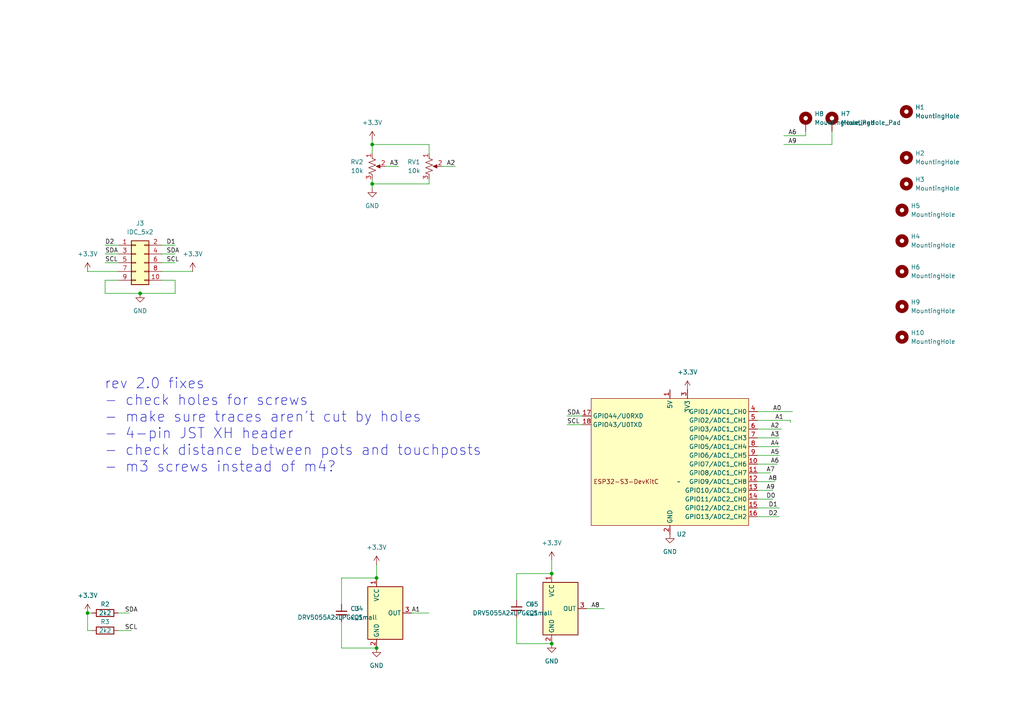
<source format=kicad_sch>
(kicad_sch (version 20231120) (generator "eeschema") (generator_version "8.0")
  (paper "A4")
  (lib_symbols
    (symbol "+3.3V_1" (power) (pin_numbers hide) (pin_names (offset 0) hide)
      (property "Value" "+3.3V" (at 0 3.556 0))
      (symbol "+3.3V_1_0_1"
        (polyline (pts (xy -0.762 1.27) (xy 0 2.54)))
        (polyline (pts (xy 0 0) (xy 0 2.54)))
        (polyline (pts (xy 0 2.54) (xy 0.762 1.27)))
      )
      (symbol "+3.3V_1_1_1"
        (pin power_in line (at 0 0 90) (length 0) (name "~") (number "1"))
      )
    )
    (symbol "+3.3V_2" (power) (pin_numbers hide) (pin_names (offset 0) hide)
      (property "Value" "+3.3V" (at 0 3.556 0))
      (symbol "+3.3V_2_0_1"
        (polyline (pts (xy -0.762 1.27) (xy 0 2.54)))
        (polyline (pts (xy 0 0) (xy 0 2.54)))
        (polyline (pts (xy 0 2.54) (xy 0.762 1.27)))
      )
      (symbol "+3.3V_2_1_1"
        (pin power_in line (at 0 0 90) (length 0) (name "~") (number "1"))
      )
    )
    (symbol "Connector_Generic:Conn_02x05_Odd_Even" (pin_names (offset 1.016) hide)
      (property "Reference" "J" (at 1.27 7.62 0))
      (property "Value" "Conn_02x05_Odd_Even" (at 1.27 -7.62 0))
      (symbol "Conn_02x05_Odd_Even_1_1"
        (rectangle (start -1.27 -4.953) (end 0 -5.207) (stroke (width 0.1524)))
        (rectangle (start -1.27 -2.413) (end 0 -2.667) (stroke (width 0.1524)))
        (rectangle (start -1.27 0.127) (end 0 -0.127) (stroke (width 0.1524)))
        (rectangle (start -1.27 2.667) (end 0 2.413) (stroke (width 0.1524)))
        (rectangle (start -1.27 5.207) (end 0 4.953) (stroke (width 0.1524)))
        (rectangle (start -1.27 6.35) (end 3.81 -6.35) (stroke (width 0.254)) (fill (type background)))
        (rectangle (start 3.81 -4.953) (end 2.54 -5.207) (stroke (width 0.1524)))
        (rectangle (start 3.81 -2.413) (end 2.54 -2.667) (stroke (width 0.1524)))
        (rectangle (start 3.81 0.127) (end 2.54 -0.127) (stroke (width 0.1524)))
        (rectangle (start 3.81 2.667) (end 2.54 2.413) (stroke (width 0.1524)))
        (rectangle (start 3.81 5.207) (end 2.54 4.953) (stroke (width 0.1524)))
        (pin passive line (at -5.08 5.08 0) (length 3.81) (name "Pin_1") (number "1"))
        (pin passive line (at 7.62 -5.08 180) (length 3.81) (name "Pin_10") (number "10"))
        (pin passive line (at 7.62 5.08 180) (length 3.81) (name "Pin_2") (number "2"))
        (pin passive line (at -5.08 2.54 0) (length 3.81) (name "Pin_3") (number "3"))
        (pin passive line (at 7.62 2.54 180) (length 3.81) (name "Pin_4") (number "4"))
        (pin passive line (at -5.08 0 0) (length 3.81) (name "Pin_5") (number "5"))
        (pin passive line (at 7.62 0 180) (length 3.81) (name "Pin_6") (number "6"))
        (pin passive line (at -5.08 -2.54 0) (length 3.81) (name "Pin_7") (number "7"))
        (pin passive line (at 7.62 -2.54 180) (length 3.81) (name "Pin_8") (number "8"))
        (pin passive line (at -5.08 -5.08 0) (length 3.81) (name "Pin_9") (number "9"))
      )
    )
    (symbol "Device:C_Small" (pin_numbers hide) (pin_names (offset 0.254) hide)
      (property "Reference" "C" (at 0.254 1.778 0))
      (property "Value" "C_Small" (at 0.254 -2.032 0))
      (symbol "C_Small_0_1"
        (polyline (pts (xy -1.524 -0.508) (xy 1.524 -0.508)) (stroke (width 0.3302)))
        (polyline (pts (xy -1.524 0.508) (xy 1.524 0.508)) (stroke (width 0.3048)))
      )
      (symbol "C_Small_1_1"
        (pin passive line (at 0 2.54 270) (length 2.032) (name "~") (number "1"))
        (pin passive line (at 0 -2.54 90) (length 2.032) (name "~") (number "2"))
      )
    )
    (symbol "Device:R" (pin_numbers hide) (pin_names (offset 0))
      (property "Reference" "R" (at 2.032 0 90))
      (property "Value" "R" (at 0 0 90))
      (symbol "R_0_1"
        (rectangle (start -1.016 -2.54) (end 1.016 2.54) (stroke (width 0.254)))
      )
      (symbol "R_1_1"
        (pin passive line (at 0 3.81 270) (length 1.27) (name "~") (number "1"))
        (pin passive line (at 0 -3.81 90) (length 1.27) (name "~") (number "2"))
      )
    )
    (symbol "Device:R_Potentiometer_US" (pin_names (offset 1.016) hide)
      (property "Reference" "RV" (at -4.445 0 90))
      (property "Value" "R_Potentiometer_US" (at -2.54 0 90))
      (symbol "R_Potentiometer_US_0_1"
        (polyline (pts (xy 0 -2.286) (xy 0 -2.54)))
        (polyline (pts (xy 0 2.54) (xy 0 2.286)))
        (polyline (pts (xy 2.54 0) (xy 1.524 0)))
        (polyline (pts (xy 1.143 0) (xy 2.286 0.508) (xy 2.286 -0.508) (xy 1.143 0)) (fill (type outline)))
        (polyline (pts (xy 0 -0.762) (xy 1.016 -1.143) (xy 0 -1.524) (xy -1.016 -1.905) (xy 0 -2.286)))
        (polyline (pts (xy 0 0.762) (xy 1.016 0.381) (xy 0 0) (xy -1.016 -0.381) (xy 0 -0.762)))
        (polyline (pts (xy 0 2.286) (xy 1.016 1.905) (xy 0 1.524) (xy -1.016 1.143) (xy 0 0.762)))
      )
      (symbol "R_Potentiometer_US_1_1"
        (pin passive line (at 0 3.81 270) (length 1.27) (name "1") (number "1"))
        (pin passive line (at 3.81 0 180) (length 1.27) (name "2") (number "2"))
        (pin passive line (at 0 -3.81 90) (length 1.27) (name "3") (number "3"))
      )
    )
    (symbol "GND_1" (power) (pin_numbers hide) (pin_names (offset 0) hide)
      (property "Value" "GND" (at 0 -3.81 0))
      (symbol "GND_1_0_1"
        (polyline (pts (xy 0 0) (xy 0 -1.27) (xy 1.27 -1.27) (xy 0 -2.54) (xy -1.27 -1.27) (xy 0 -1.27)))
      )
      (symbol "GND_1_1_1"
        (pin power_in line (at 0 0 270) (length 0) (name "~") (number "1"))
      )
    )
    (symbol "GND_2" (power) (pin_numbers hide) (pin_names (offset 0) hide)
      (property "Value" "GND" (at 0 -3.81 0))
      (symbol "GND_2_0_1"
        (polyline (pts (xy 0 0) (xy 0 -1.27) (xy 1.27 -1.27) (xy 0 -2.54) (xy -1.27 -1.27) (xy 0 -1.27)))
      )
      (symbol "GND_2_1_1"
        (pin power_in line (at 0 0 270) (length 0) (name "~") (number "1"))
      )
    )
    (symbol "Mechanical:MountingHole" (pin_names (offset 1.016))
      (property "Reference" "H" (at 0 5.08 0))
      (property "Value" "MountingHole" (at 0 3.175 0))
      (symbol "MountingHole_0_1"
        (circle (center 0 0) (radius 1.27) (stroke (width 1.27)))
      )
    )
    (symbol "Mechanical:MountingHole_Pad" (pin_numbers hide) (pin_names (offset 1.016) hide) (exclude_from_sim yes) (in_bom no)
      (property "Reference" "H" (at 0 6.35 0))
      (property "Value" "MountingHole_Pad" (at 0 4.445 0))
      (symbol "MountingHole_Pad_0_1"
        (circle (center 0 1.27) (radius 1.27) (stroke (width 1.27)))
      )
      (symbol "MountingHole_Pad_1_1"
        (pin input line (at 0 -2.54 90) (length 2.54) (name "1") (number "1"))
      )
    )
    (symbol "Sensor_Magnetic:DRV5055A2xLPGxQ1"
      (property "Reference" "U" (at 5.08 12.7 0))
      (property "Value" "DRV5055A2xLPGxQ1" (at 7.62 10.16 0))
      (symbol "DRV5055A2xLPGxQ1_1_1"
        (rectangle (start -5.08 7.62) (end 5.08 -7.62) (stroke (width 0.254)) (fill (type background)))
        (pin power_in line (at -2.54 10.16 270) (length 2.54) (name "VCC") (number "1"))
        (pin power_in line (at -2.54 -10.16 90) (length 2.54) (name "GND") (number "2"))
        (pin output line (at 7.62 0 180) (length 2.54) (name "OUT") (number "3"))
      )
    )
    (symbol "hattwick:Wifiduino-ESP32S3"
      (property "Reference" "U" (at -22.86 46.99 0))
      (symbol "Wifiduino-ESP32S3_0_0"
        (text "ESP32-S3-DevKitC" (at -15.24 0 0) (effects (font (size 1.27 1.27))))
      )
      (symbol "Wifiduino-ESP32S3_0_1"
        (rectangle (start -25.4 24.13) (end 20.32 -12.7) (fill (type background)))
      )
      (symbol "Wifiduino-ESP32S3_1_0"
        (pin bidirectional line (at 22.86 -10.16 180) (length 2.54) (name "GPIO13/ADC2_CH2") (number "16"))
        (pin bidirectional line (at -27.94 19.05 0) (length 2.54) (name "GPIO44/U0RXD") (number "17"))
        (pin bidirectional line (at -27.94 16.51 0) (length 2.54) (name "GPIO43/U0TXD") (number "18"))
        (pin power_in line (at -2.54 -15.24 90) (length 2.54) (name "GND") (number "2"))
        (pin bidirectional line (at 22.86 20.32 180) (length 2.54) (name "GPIO1/ADC1_CH0") (number "4"))
        (pin bidirectional line (at 22.86 17.78 180) (length 2.54) (name "GPIO2/ADC1_CH1") (number "5"))
      )
      (symbol "Wifiduino-ESP32S3_1_1"
        (pin power_in line (at -2.54 26.67 270) (length 2.54) (name "5V") (number "1"))
        (pin bidirectional line (at 22.86 5.08 180) (length 2.54) (name "GPIO7/ADC1_CH6") (number "10"))
        (pin bidirectional line (at 22.86 2.54 180) (length 2.54) (name "GPIO8/ADC1_CH7") (number "11"))
        (pin bidirectional line (at 22.86 0 180) (length 2.54) (name "GPIO9/ADC1_CH8") (number "12"))
        (pin bidirectional line (at 22.86 -2.54 180) (length 2.54) (name "GPIO10/ADC1_CH9") (number "13"))
        (pin bidirectional line (at 22.86 -5.08 180) (length 2.54) (name "GPIO11/ADC2_CH0") (number "14"))
        (pin bidirectional line (at 22.86 -7.62 180) (length 2.54) (name "GPIO12/ADC2_CH1") (number "15"))
        (pin power_in line (at 2.54 26.67 270) (length 2.54) (name "3V3") (number "3"))
        (pin bidirectional line (at 22.86 15.24 180) (length 2.54) (name "GPIO3/ADC1_CH2") (number "6"))
        (pin bidirectional line (at 22.86 12.7 180) (length 2.54) (name "GPIO4/ADC1_CH3") (number "7"))
        (pin bidirectional line (at 22.86 10.16 180) (length 2.54) (name "GPIO5/ADC1_CH4") (number "8"))
        (pin bidirectional line (at 22.86 7.62 180) (length 2.54) (name "GPIO6/ADC1_CH5") (number "9"))
      )
    )
    (symbol "power:+3.3V" (power) (pin_names (offset 0))
      (property "Value" "+3.3V" (at 0 3.556 0))
      (symbol "+3.3V_0_1"
        (polyline (pts (xy -0.762 1.27) (xy 0 2.54)))
        (polyline (pts (xy 0 0) (xy 0 2.54)))
        (polyline (pts (xy 0 2.54) (xy 0.762 1.27)))
      )
      (symbol "+3.3V_1_1"
        (pin power_in line (at 0 0 90) (length 0) hide (name "+3.3V") (number "1"))
      )
    )
    (symbol "power:GND" (power) (pin_names (offset 0))
      (property "Value" "GND" (at 0 -3.81 0))
      (symbol "GND_0_1"
        (polyline (pts (xy 0 0) (xy 0 -1.27) (xy 1.27 -1.27) (xy 0 -2.54) (xy -1.27 -1.27) (xy 0 -1.27)))
      )
      (symbol "GND_1_1"
        (pin power_in line (at 0 0 270) (length 0) hide (name "GND") (number "1"))
      )
    )
  )
  (junction (at 40.64 85.09))
  (junction (at 109.22 187.96))
  (junction (at 25.4 177.8))
  (junction (at 160.02 166.37))
  (junction (at 107.95 53.34))
  (junction (at 160.02 186.69))
  (junction (at 109.22 167.64))
  (junction (at 107.95 41.91))
  (wire (pts (xy 107.95 53.34) (xy 107.95 54.61)))
  (wire (pts (xy 119.38 177.8) (xy 124.46 177.8)))
  (wire (pts (xy 219.71 134.62) (xy 225.425 134.62)))
  (wire (pts (xy 219.71 144.78) (xy 224.155 144.78)))
  (wire (pts (xy 219.71 121.92) (xy 229.235 121.92)))
  (wire (pts (xy 219.71 129.54) (xy 226.06 129.54)))
  (wire (pts (xy 229.235 121.92) (xy 229.235 122.555)))
  (wire (pts (xy 30.48 85.09) (xy 40.64 85.09)))
  (wire (pts (xy 107.95 40.64) (xy 107.95 41.91)))
  (wire (pts (xy 219.71 139.7) (xy 224.79 139.7)))
  (wire (pts (xy 40.64 85.09) (xy 50.8 85.09)))
  (wire (pts (xy 25.4 78.74) (xy 34.29 78.74)))
  (wire (pts (xy 107.95 41.91) (xy 107.95 44.45)))
  (wire (pts (xy 34.29 177.8) (xy 37.465 177.8)))
  (wire (pts (xy 219.71 124.46) (xy 226.695 124.46)))
  (wire (pts (xy 233.68 38.1) (xy 233.68 39.37)))
  (wire (pts (xy 149.86 166.37) (xy 160.02 166.37)))
  (wire (pts (xy 164.465 123.19) (xy 168.91 123.19)))
  (wire (pts (xy 107.95 53.34) (xy 124.46 53.34)))
  (wire (pts (xy 219.71 119.38) (xy 229.87 119.38)))
  (wire (pts (xy 219.71 137.16) (xy 223.52 137.16)))
  (wire (pts (xy 46.99 78.74) (xy 55.88 78.74)))
  (wire (pts (xy 30.48 76.2) (xy 34.29 76.2)))
  (wire (pts (xy 164.465 120.65) (xy 168.91 120.65)))
  (wire (pts (xy 128.27 48.26) (xy 132.08 48.26)))
  (wire (pts (xy 25.4 177.8) (xy 26.67 177.8)))
  (wire (pts (xy 46.99 73.66) (xy 50.8 73.66)))
  (wire (pts (xy 25.4 182.88) (xy 26.67 182.88)))
  (wire (pts (xy 109.22 163.83) (xy 109.22 167.64)))
  (wire (pts (xy 30.48 73.66) (xy 34.29 73.66)))
  (wire (pts (xy 124.46 44.45) (xy 124.46 41.91)))
  (wire (pts (xy 46.99 71.12) (xy 50.8 71.12)))
  (wire (pts (xy 50.8 85.09) (xy 50.8 81.28)))
  (wire (pts (xy 25.4 177.8) (xy 25.4 182.88)))
  (wire (pts (xy 46.99 81.28) (xy 50.8 81.28)))
  (wire (pts (xy 99.06 187.96) (xy 109.22 187.96)))
  (wire (pts (xy 107.95 41.91) (xy 124.46 41.91)))
  (wire (pts (xy 99.06 167.64) (xy 109.22 167.64)))
  (wire (pts (xy 99.06 180.34) (xy 99.06 187.96)))
  (wire (pts (xy 227.33 39.37) (xy 233.68 39.37)))
  (wire (pts (xy 219.71 127) (xy 226.06 127)))
  (wire (pts (xy 149.86 186.69) (xy 160.02 186.69)))
  (wire (pts (xy 219.71 142.24) (xy 224.155 142.24)))
  (wire (pts (xy 30.48 71.12) (xy 34.29 71.12)))
  (wire (pts (xy 170.18 176.53) (xy 175.26 176.53)))
  (wire (pts (xy 160.02 162.56) (xy 160.02 166.37)))
  (wire (pts (xy 219.71 149.86) (xy 226.06 149.86)))
  (wire (pts (xy 124.46 52.07) (xy 124.46 53.34)))
  (wire (pts (xy 149.86 173.99) (xy 149.86 166.37)))
  (wire (pts (xy 241.3 38.1) (xy 241.3 41.91)))
  (wire (pts (xy 149.86 179.07) (xy 149.86 186.69)))
  (wire (pts (xy 219.71 132.08) (xy 226.06 132.08)))
  (wire (pts (xy 46.99 76.2) (xy 50.8 76.2)))
  (wire (pts (xy 30.48 81.28) (xy 30.48 85.09)))
  (wire (pts (xy 111.76 48.26) (xy 115.57 48.26)))
  (wire (pts (xy 219.71 147.32) (xy 226.06 147.32)))
  (wire (pts (xy 30.48 81.28) (xy 34.29 81.28)))
  (wire (pts (xy 34.29 182.88) (xy 38.1 182.88)))
  (wire (pts (xy 227.33 41.91) (xy 241.3 41.91)))
  (wire (pts (xy 99.06 175.26) (xy 99.06 167.64)))
  (wire (pts (xy 107.95 52.07) (xy 107.95 53.34)))
  (text "rev 2.0 fixes\n- check holes for screws \n- make sure traces aren't cut by holes\n- 4-pin JST XH header\n- check distance between pots and touchposts\n- m3 screws instead of m4?" (at 30.226 123.444 0) (effects (font (size 3 3)) (justify left)))
  (label "SDA" (at 30.48 73.66 0))
  (label "D2" (at 30.48 71.12 0))
  (label "A9" (at 222.25 142.24 0))
  (label "A4" (at 223.52 129.54 0))
  (label "A3" (at 113.03 48.26 0))
  (label "SDA" (at 36.195 177.8 0))
  (label "SCL" (at 164.465 123.19 0))
  (label "A2" (at 223.52 124.46 0))
  (label "A0" (at 224.155 119.38 0))
  (label "SCL" (at 36.195 182.88 0))
  (label "A8" (at 171.45 176.53 0))
  (label "A3" (at 223.52 127 0))
  (label "SDA" (at 164.465 120.65 0))
  (label "A2" (at 129.54 48.26 0))
  (label "A1" (at 119.38 177.8 0))
  (label "A9" (at 228.6 41.91 0))
  (label "A6" (at 228.6 39.37 0))
  (label "SCL" (at 30.48 76.2 0))
  (label "D1" (at 48.26 71.12 0))
  (label "D2" (at 222.885 149.86 0))
  (label "SDA" (at 48.26 73.66 0))
  (label "A8" (at 222.885 139.7 0))
  (label "A7" (at 222.25 137.16 0))
  (label "D1" (at 222.885 147.32 0))
  (label "D0" (at 222.25 144.78 0))
  (label "A6" (at 223.52 134.62 0))
  (label "SCL" (at 48.26 76.2 0))
  (label "A5" (at 223.52 132.08 0))
  (label "A1" (at 224.79 121.92 0))
  (symbol (lib_id "Mechanical:MountingHole") (at 261.62 69.85 0) (unit 1)
    (property "Reference" "H4" (at 264.16 68.58 0) (effects (justify left)))
    (property "Value" "MountingHole" (at 264.16 71.12 0) (effects (justify left)))
    (property "Footprint" "MountingHole:MountingHole_3.2mm_M3" (effects (hide yes)))
  )
  (symbol (lib_id "Device:R_Potentiometer_US") (at 107.95 48.26 0) (unit 1)
    (property "Reference" "RV2" (at 105.41 46.9899 0) (effects (justify right)))
    (property "Value" "10k" (at 105.41 49.5299 0) (effects (justify right)))
    (property "Footprint" "Potentiometer_THT:Potentiometer_Alps_RK09K_Single_Vertical" (effects (hide yes)))
    (property "Description" "Potentiometer, US symbol" (effects (hide yes)))
  )
  (symbol (lib_name "GND_1") (lib_id "power:GND") (at 109.22 187.96 0) (unit 1)
    (property "Reference" "#PWR08" (effects (hide yes)))
    (property "Value" "GND" (at 109.22 193.04 0))
    (property "Description" "Power symbol creates a global label with name \"GND\" , ground" (effects (hide yes)))
  )
  (symbol (lib_id "Sensor_Magnetic:DRV5055A2xLPGxQ1") (at 162.56 176.53 0) (unit 1)
    (property "Reference" "U5" (at 156.21 175.2599 0) (effects (justify right)))
    (property "Value" "DRV5055A2xLPGxQ1" (at 156.21 177.7999 0) (effects (justify right)))
    (property "Footprint" "ih_kicad:TO-92_flat" (effects (hide yes)))
    (property "Datasheet" "https://www.ti.com/lit/ds/symlink/drv5055-q1.pdf" (effects (hide yes)))
    (property "Description" "50 mV/mT,±42-mT, 20-kHz, 3.3/5V, TO-92" (effects (hide yes)))
  )
  (symbol (lib_name "+3.3V_1") (lib_id "power:+3.3V") (at 109.22 163.83 0) (unit 1)
    (property "Reference" "#PWR07" (effects (hide yes)))
    (property "Value" "+3.3V" (at 109.22 158.75 0))
    (property "Description" "Power symbol creates a global label with name \"+3.3V\"" (effects (hide yes)))
  )
  (symbol (lib_id "Mechanical:MountingHole") (at 261.62 78.74 0) (unit 1)
    (property "Reference" "H6" (at 264.16 77.47 0) (effects (justify left)))
    (property "Value" "MountingHole" (at 264.16 80.01 0) (effects (justify left)))
    (property "Footprint" "MountingHole:MountingHole_3.2mm_M3" (effects (hide yes)))
  )
  (symbol (lib_name "+3.3V_1") (lib_id "power:+3.3V") (at 160.02 162.56 0) (unit 1)
    (property "Reference" "#PWR09" (effects (hide yes)))
    (property "Value" "+3.3V" (at 160.02 157.48 0))
    (property "Description" "Power symbol creates a global label with name \"+3.3V\"" (effects (hide yes)))
  )
  (symbol (lib_id "Connector_Generic:Conn_02x05_Odd_Even") (at 39.37 76.2 0) (unit 1)
    (property "Reference" "J3" (at 40.64 64.77 0))
    (property "Value" "IDC_5x2" (at 40.64 67.31 0))
    (property "Footprint" "Connector_IDC:IDC-Header_2x05_P2.54mm_Vertical" (effects (hide yes)))
    (property "Description" "Generic connector, double row, 02x05, odd/even pin numbering scheme (row 1 odd numbers, row 2 even numbers), script generated (kicad-library-utils/schlib/autogen/connector/)" (effects (hide yes)))
  )
  (symbol (lib_id "Device:C_Small") (at 99.06 177.8 0) (unit 1)
    (property "Reference" "C3" (at 101.6 176.5362 0) (effects (justify left)))
    (property "Value" "C_Small" (at 101.6 179.0762 0) (effects (justify left)))
    (property "Footprint" "Capacitor_THT:C_Disc_D6.0mm_W2.5mm_P5.00mm" (effects (hide yes)))
    (property "Description" "Unpolarized capacitor, small symbol" (effects (hide yes)))
  )
  (symbol (lib_id "Device:R") (at 30.48 177.8 90) (unit 1)
    (property "Reference" "R2" (at 30.48 175.26 90))
    (property "Value" "2k2" (at 30.48 177.8 90))
    (property "Footprint" "Resistor_THT:R_Axial_DIN0204_L3.6mm_D1.6mm_P7.62mm_Horizontal" (effects (hide yes)))
  )
  (symbol (lib_id "Mechanical:MountingHole") (at 262.89 45.72 0) (unit 1)
    (property "Reference" "H2" (at 265.43 44.45 0) (effects (justify left)))
    (property "Value" "MountingHole" (at 265.43 46.99 0) (effects (justify left)))
    (property "Footprint" "MountingHole:MountingHole_4.3mm_M4" (effects (hide yes)))
  )
  (symbol (lib_id "Sensor_Magnetic:DRV5055A2xLPGxQ1") (at 111.76 177.8 0) (unit 1)
    (property "Reference" "U4" (at 105.41 176.5299 0) (effects (justify right)))
    (property "Value" "DRV5055A2xLPGxQ1" (at 105.41 179.0699 0) (effects (justify right)))
    (property "Footprint" "ih_kicad:TO-92_flat" (effects (hide yes)))
    (property "Datasheet" "https://www.ti.com/lit/ds/symlink/drv5055-q1.pdf" (effects (hide yes)))
    (property "Description" "50 mV/mT,±42-mT, 20-kHz, 3.3/5V, TO-92" (effects (hide yes)))
  )
  (symbol (lib_name "+3.3V_2") (lib_id "power:+3.3V") (at 25.4 177.8 0) (unit 1)
    (property "Reference" "#PWR03" (effects (hide yes)))
    (property "Value" "+3.3V" (at 25.4 172.72 0))
    (property "Description" "Power symbol creates a global label with name \"+3.3V\"" (effects (hide yes)))
  )
  (symbol (lib_name "+3.3V_2") (lib_id "power:+3.3V") (at 107.95 40.64 0) (unit 1)
    (property "Reference" "#PWR04" (effects (hide yes)))
    (property "Value" "+3.3V" (at 107.95 35.56 0))
    (property "Description" "Power symbol creates a global label with name \"+3.3V\"" (effects (hide yes)))
  )
  (symbol (lib_name "GND_2") (lib_id "power:GND") (at 107.95 54.61 0) (unit 1)
    (property "Reference" "#PWR05" (effects (hide yes)))
    (property "Value" "GND" (at 107.95 59.69 0))
    (property "Description" "Power symbol creates a global label with name \"GND\" , ground" (effects (hide yes)))
  )
  (symbol (lib_id "Device:R") (at 30.48 182.88 90) (unit 1)
    (property "Reference" "R3" (at 30.48 180.34 90))
    (property "Value" "2k2" (at 30.48 182.88 90))
    (property "Footprint" "Resistor_THT:R_Axial_DIN0204_L3.6mm_D1.6mm_P7.62mm_Horizontal" (effects (hide yes)))
  )
  (symbol (lib_id "Mechanical:MountingHole") (at 261.62 60.96 0) (unit 1)
    (property "Reference" "H5" (at 264.16 59.69 0) (effects (justify left)))
    (property "Value" "MountingHole" (at 264.16 62.23 0) (effects (justify left)))
    (property "Footprint" "MountingHole:MountingHole_4.3mm_M4" (effects (hide yes)))
  )
  (symbol (lib_id "Device:C_Small") (at 149.86 176.53 0) (unit 1)
    (property "Reference" "C4" (at 152.4 175.2662 0) (effects (justify left)))
    (property "Value" "C_Small" (at 152.4 177.8062 0) (effects (justify left)))
    (property "Footprint" "Capacitor_THT:C_Disc_D6.0mm_W2.5mm_P5.00mm" (effects (hide yes)))
    (property "Description" "Unpolarized capacitor, small symbol" (effects (hide yes)))
  )
  (symbol (lib_id "hattwick:Wifiduino-ESP32S3") (at 196.85 139.7 0) (unit 1)
    (property "Reference" "U2" (at 196.2659 154.94 0) (effects (justify left)))
    (property "Value" "~" (at 196.85 139.7 0))
    (property "Footprint" "ih_kicad:Wifiduino-ESP32S3-SMD" (effects (hide yes)))
  )
  (symbol (lib_name "+3.3V_2") (lib_id "power:+3.3V") (at 55.88 78.74 0) (unit 1)
    (property "Reference" "#PWR012" (effects (hide yes)))
    (property "Value" "+3.3V" (at 55.88 73.66 0))
    (property "Description" "Power symbol creates a global label with name \"+3.3V\"" (effects (hide yes)))
  )
  (symbol (lib_id "Mechanical:MountingHole") (at 261.62 97.79 0) (unit 1)
    (property "Reference" "H10" (at 264.16 96.52 0) (effects (justify left)))
    (property "Value" "MountingHole" (at 264.16 99.06 0) (effects (justify left)))
    (property "Footprint" "MountingHole:MountingHole_3.2mm_M3" (effects (hide yes)))
  )
  (symbol (lib_id "Mechanical:MountingHole") (at 262.89 53.34 0) (unit 1)
    (property "Reference" "H3" (at 265.43 52.07 0) (effects (justify left)))
    (property "Value" "MountingHole" (at 265.43 54.61 0) (effects (justify left)))
    (property "Footprint" "MountingHole:MountingHole_4.3mm_M4" (effects (hide yes)))
  )
  (symbol (lib_id "power:+3.3V") (at 199.39 113.03 0) (unit 1)
    (property "Reference" "#PWR02" (effects (hide yes)))
    (property "Value" "+3.3V" (at 199.39 107.95 0))
  )
  (symbol (lib_name "GND_2") (lib_id "power:GND") (at 40.64 85.09 0) (unit 1)
    (property "Reference" "#PWR06" (effects (hide yes)))
    (property "Value" "GND" (at 40.64 90.17 0))
    (property "Description" "Power symbol creates a global label with name \"GND\" , ground" (effects (hide yes)))
  )
  (symbol (lib_id "power:GND") (at 194.31 154.94 0) (unit 1)
    (property "Reference" "#PWR01" (effects (hide yes)))
    (property "Value" "GND" (at 194.31 160.02 0))
  )
  (symbol (lib_name "GND_1") (lib_id "power:GND") (at 160.02 186.69 0) (unit 1)
    (property "Reference" "#PWR010" (effects (hide yes)))
    (property "Value" "GND" (at 160.02 191.77 0))
    (property "Description" "Power symbol creates a global label with name \"GND\" , ground" (effects (hide yes)))
  )
  (symbol (lib_id "Mechanical:MountingHole_Pad") (at 241.3 35.56 0) (unit 1) (exclude_from_sim yes) (in_bom no)
    (property "Reference" "H7" (at 243.84 33.0199 0) (effects (justify left)))
    (property "Value" "MountingHole_Pad" (at 243.84 35.5599 0) (effects (justify left)))
    (property "Footprint" "MountingHole:MountingHole_6.4mm_M6_DIN965_Pad_TopBottom" (effects (hide yes)))
    (property "Description" "Mounting Hole with connection" (effects (hide yes)))
  )
  (symbol (lib_id "Mechanical:MountingHole") (at 262.89 32.385 0) (unit 1)
    (property "Reference" "H1" (at 265.43 31.115 0) (effects (justify left)))
    (property "Value" "MountingHole" (at 265.43 33.655 0) (effects (justify left)))
    (property "Footprint" "MountingHole:MountingHole_4.3mm_M4" (effects (hide yes)))
  )
  (symbol (lib_id "Device:R_Potentiometer_US") (at 124.46 48.26 0) (unit 1)
    (property "Reference" "RV1" (at 121.92 46.9899 0) (effects (justify right)))
    (property "Value" "10k" (at 121.92 49.5299 0) (effects (justify right)))
    (property "Footprint" "Potentiometer_THT:Potentiometer_Alps_RK09K_Single_Vertical" (effects (hide yes)))
    (property "Description" "Potentiometer, US symbol" (effects (hide yes)))
  )
  (symbol (lib_id "Mechanical:MountingHole_Pad") (at 233.68 35.56 0) (unit 1) (exclude_from_sim yes) (in_bom no)
    (property "Reference" "H8" (at 236.22 33.0199 0) (effects (justify left)))
    (property "Value" "MountingHole_Pad" (at 236.22 35.5599 0) (effects (justify left)))
    (property "Footprint" "MountingHole:MountingHole_6.4mm_M6_DIN965_Pad_TopBottom" (effects (hide yes)))
    (property "Description" "Mounting Hole with connection" (effects (hide yes)))
  )
  (symbol (lib_name "+3.3V_2") (lib_id "power:+3.3V") (at 25.4 78.74 0) (unit 1)
    (property "Reference" "#PWR011" (effects (hide yes)))
    (property "Value" "+3.3V" (at 25.4 73.66 0))
    (property "Description" "Power symbol creates a global label with name \"+3.3V\"" (effects (hide yes)))
  )
  (symbol (lib_id "Mechanical:MountingHole") (at 261.62 88.9 0) (unit 1)
    (property "Reference" "H9" (at 264.16 87.63 0) (effects (justify left)))
    (property "Value" "MountingHole" (at 264.16 90.17 0) (effects (justify left)))
    (property "Footprint" "MountingHole:MountingHole_3.2mm_M3" (effects (hide yes)))
  )
)
</source>
